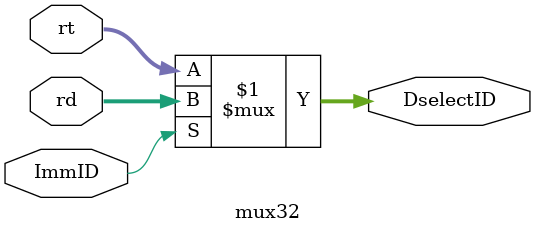
<source format=v>
`timescale 1ns / 1ps


module mux32(rt, rd, ImmID, DselectID);
    input[31:0] rt, rd;
    input ImmID;
    output[31:0] DselectID;
    
    assign DselectID = ImmID ? rd:rt;
endmodule

</source>
